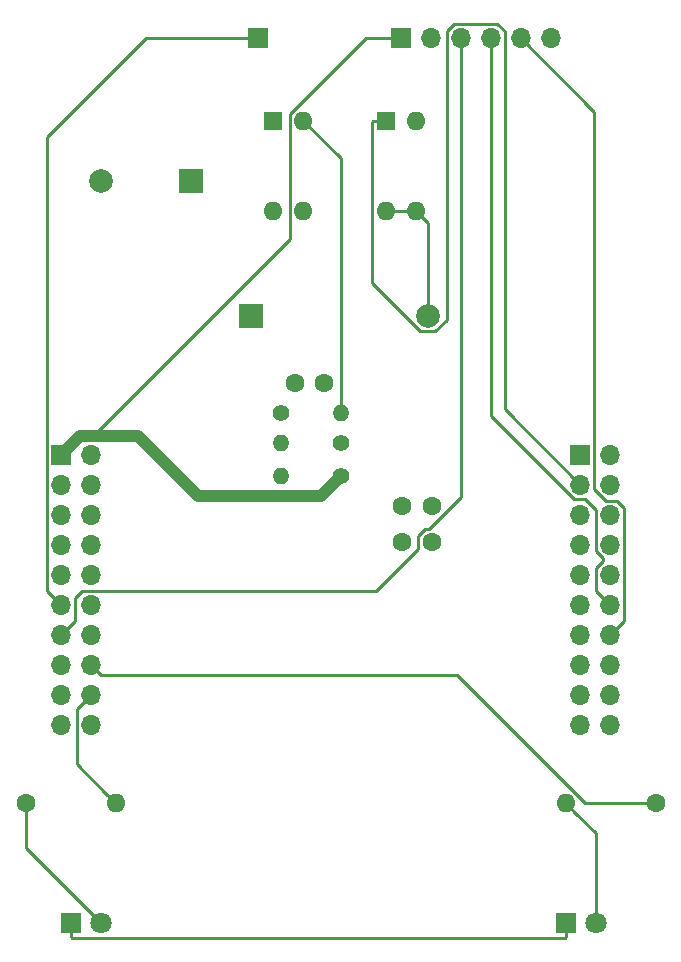
<source format=gbr>
G04 #@! TF.GenerationSoftware,KiCad,Pcbnew,5.1.5+dfsg1-2build2*
G04 #@! TF.CreationDate,2023-01-01T14:21:45-04:00*
G04 #@! TF.ProjectId,prototyping_backplane,70726f74-6f74-4797-9069-6e675f626163,B*
G04 #@! TF.SameCoordinates,Original*
G04 #@! TF.FileFunction,Copper,L2,Bot*
G04 #@! TF.FilePolarity,Positive*
%FSLAX46Y46*%
G04 Gerber Fmt 4.6, Leading zero omitted, Abs format (unit mm)*
G04 Created by KiCad (PCBNEW 5.1.5+dfsg1-2build2) date 2023-01-01 14:21:45*
%MOMM*%
%LPD*%
G04 APERTURE LIST*
%ADD10R,1.700000X1.700000*%
%ADD11C,2.000000*%
%ADD12R,2.000000X2.000000*%
%ADD13O,1.400000X1.400000*%
%ADD14C,1.400000*%
%ADD15C,1.600000*%
%ADD16O,1.700000X1.700000*%
%ADD17O,1.600000X1.600000*%
%ADD18R,1.600000X1.600000*%
%ADD19C,1.800000*%
%ADD20R,1.800000X1.800000*%
%ADD21C,0.250000*%
%ADD22C,1.000000*%
G04 APERTURE END LIST*
D10*
X173355000Y-48260000D03*
D11*
X187710000Y-71755000D03*
D12*
X172720000Y-71755000D03*
D13*
X180340000Y-80010000D03*
D14*
X175260000Y-80010000D03*
D13*
X175260000Y-82550000D03*
D14*
X180340000Y-82550000D03*
D13*
X175260000Y-85344000D03*
D14*
X180340000Y-85344000D03*
D15*
X188047000Y-90932000D03*
X185547000Y-90932000D03*
X176443000Y-77470000D03*
X178943000Y-77470000D03*
X188047000Y-87884000D03*
X185547000Y-87884000D03*
D16*
X198120000Y-48260000D03*
X195580000Y-48260000D03*
X193040000Y-48260000D03*
X190500000Y-48260000D03*
X187960000Y-48260000D03*
D10*
X185420000Y-48260000D03*
D17*
X161290000Y-113030000D03*
D15*
X153670000Y-113030000D03*
D17*
X199390000Y-113030000D03*
D15*
X207010000Y-113030000D03*
D16*
X159170000Y-106400000D03*
X156630000Y-106400000D03*
X159170000Y-103860000D03*
X156630000Y-103860000D03*
X159170000Y-101320000D03*
X156630000Y-101320000D03*
X159170000Y-98780000D03*
X156630000Y-98780000D03*
X159170000Y-96240000D03*
X156630000Y-96240000D03*
X159170000Y-93700000D03*
X156630000Y-93700000D03*
X159170000Y-91160000D03*
X156630000Y-91160000D03*
X159170000Y-88620000D03*
X156630000Y-88620000D03*
X159170000Y-86080000D03*
X156630000Y-86080000D03*
X159170000Y-83540000D03*
D10*
X156630000Y-83540000D03*
D16*
X203170000Y-106400000D03*
X200630000Y-106400000D03*
X203170000Y-103860000D03*
X200630000Y-103860000D03*
X203170000Y-101320000D03*
X200630000Y-101320000D03*
X203170000Y-98780000D03*
X200630000Y-98780000D03*
X203170000Y-96240000D03*
X200630000Y-96240000D03*
X203170000Y-93700000D03*
X200630000Y-93700000D03*
X203170000Y-91160000D03*
X200630000Y-91160000D03*
X203170000Y-88620000D03*
X200630000Y-88620000D03*
X203170000Y-86080000D03*
X200630000Y-86080000D03*
X203170000Y-83540000D03*
D10*
X200630000Y-83540000D03*
D17*
X184150000Y-62865000D03*
X186690000Y-55245000D03*
X186690000Y-62865000D03*
D18*
X184150000Y-55245000D03*
D17*
X174625000Y-62865000D03*
X177165000Y-55245000D03*
X177165000Y-62865000D03*
D18*
X174625000Y-55245000D03*
D11*
X160040000Y-60325000D03*
D12*
X167640000Y-60325000D03*
D19*
X160020000Y-123190000D03*
D20*
X157480000Y-123190000D03*
D19*
X201930000Y-123190000D03*
D20*
X199390000Y-123190000D03*
D21*
X187710000Y-63885000D02*
X186690000Y-62865000D01*
X187710000Y-71755000D02*
X187710000Y-63885000D01*
X186690000Y-62865000D02*
X184150000Y-62865000D01*
X200189999Y-113829999D02*
X199390000Y-113030000D01*
X201930000Y-115570000D02*
X200189999Y-113829999D01*
X201930000Y-123190000D02*
X201930000Y-115570000D01*
X153670000Y-116840000D02*
X160020000Y-123190000D01*
X153670000Y-113030000D02*
X153670000Y-116840000D01*
X160490001Y-112230001D02*
X161290000Y-113030000D01*
X157994999Y-109734999D02*
X160490001Y-112230001D01*
X157994999Y-105035001D02*
X157994999Y-109734999D01*
X159170000Y-103860000D02*
X157994999Y-105035001D01*
X160019999Y-102169999D02*
X159170000Y-101320000D01*
X190195001Y-102169999D02*
X160019999Y-102169999D01*
X201055002Y-113030000D02*
X190195001Y-102169999D01*
X207010000Y-113030000D02*
X201055002Y-113030000D01*
X190500000Y-87096002D02*
X190500000Y-49462081D01*
X187506999Y-89806999D02*
X187789003Y-89806999D01*
X187789003Y-89806999D02*
X190500000Y-87096002D01*
X186921999Y-91472001D02*
X186921999Y-90391999D01*
X183329001Y-95064999D02*
X186921999Y-91472001D01*
X186921999Y-90391999D02*
X187506999Y-89806999D01*
X158416001Y-95064999D02*
X183329001Y-95064999D01*
X190500000Y-49462081D02*
X190500000Y-48260000D01*
X157805001Y-95675999D02*
X158416001Y-95064999D01*
X157805001Y-97604999D02*
X157805001Y-95675999D01*
X156630000Y-98780000D02*
X157805001Y-97604999D01*
X155454999Y-95064999D02*
X156630000Y-96240000D01*
X155454999Y-56635001D02*
X155454999Y-95064999D01*
X163830000Y-48260000D02*
X155454999Y-56635001D01*
X173355000Y-48260000D02*
X163830000Y-48260000D01*
X204345001Y-97604999D02*
X204019999Y-97930001D01*
X204345001Y-88055999D02*
X204345001Y-97604999D01*
X203734001Y-87444999D02*
X204345001Y-88055999D01*
X204019999Y-97930001D02*
X203170000Y-98780000D01*
X202795997Y-87444999D02*
X203734001Y-87444999D01*
X201805001Y-86454003D02*
X202795997Y-87444999D01*
X201805001Y-54485001D02*
X201805001Y-86454003D01*
X195580000Y-48260000D02*
X201805001Y-54485001D01*
X202320001Y-95390001D02*
X203170000Y-96240000D01*
X201994999Y-95064999D02*
X202320001Y-95390001D01*
X201994999Y-93135999D02*
X201994999Y-95064999D01*
X202565000Y-92565998D02*
X201994999Y-93135999D01*
X202565000Y-92294002D02*
X202565000Y-92565998D01*
X201994999Y-91724001D02*
X202565000Y-92294002D01*
X201994999Y-88245997D02*
X201994999Y-91724001D01*
X201004003Y-87255001D02*
X201994999Y-88245997D01*
X200065999Y-87255001D02*
X201004003Y-87255001D01*
X193040000Y-80229002D02*
X200065999Y-87255001D01*
X193040000Y-48260000D02*
X193040000Y-80229002D01*
X183100000Y-55245000D02*
X184150000Y-55245000D01*
X183024999Y-55320001D02*
X183100000Y-55245000D01*
X183024999Y-69031001D02*
X183024999Y-55320001D01*
X187073999Y-73080001D02*
X183024999Y-69031001D01*
X189324999Y-72101003D02*
X188346001Y-73080001D01*
X189324999Y-47695999D02*
X189324999Y-72101003D01*
X189935999Y-47084999D02*
X189324999Y-47695999D01*
X193604001Y-47084999D02*
X189935999Y-47084999D01*
X194215001Y-47695999D02*
X193604001Y-47084999D01*
X188346001Y-73080001D02*
X187073999Y-73080001D01*
X194215001Y-79665001D02*
X194215001Y-47695999D01*
X200630000Y-86080000D02*
X194215001Y-79665001D01*
X199390000Y-124340000D02*
X199390000Y-123190000D01*
X199314999Y-124415001D02*
X199390000Y-124340000D01*
X157555001Y-124415001D02*
X199314999Y-124415001D01*
X157480000Y-124340000D02*
X157555001Y-124415001D01*
X157480000Y-123190000D02*
X157480000Y-124340000D01*
D22*
X180340000Y-85344000D02*
X178689000Y-86995000D01*
X178689000Y-86995000D02*
X168275000Y-86995000D01*
X168275000Y-86995000D02*
X163195000Y-81915000D01*
X158255000Y-81915000D02*
X156630000Y-83540000D01*
D21*
X176039999Y-65260001D02*
X159385000Y-81915000D01*
X182484998Y-48260000D02*
X176039999Y-54704999D01*
X185420000Y-48260000D02*
X182484998Y-48260000D01*
D22*
X159385000Y-81915000D02*
X158255000Y-81915000D01*
D21*
X176039999Y-54704999D02*
X176039999Y-65260001D01*
D22*
X163195000Y-81915000D02*
X159385000Y-81915000D01*
D21*
X180340000Y-58420000D02*
X177165000Y-55245000D01*
X180340000Y-80010000D02*
X180340000Y-58420000D01*
M02*

</source>
